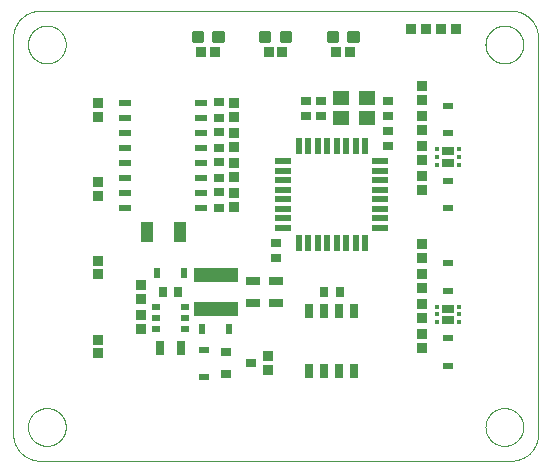
<source format=gtp>
G75*
%MOIN*%
%OFA0B0*%
%FSLAX25Y25*%
%IPPOS*%
%LPD*%
%AMOC8*
5,1,8,0,0,1.08239X$1,22.5*
%
%ADD10C,0.00000*%
%ADD11R,0.03543X0.03346*%
%ADD12R,0.14567X0.04724*%
%ADD13R,0.02756X0.03543*%
%ADD14R,0.03150X0.04724*%
%ADD15R,0.04724X0.03150*%
%ADD16R,0.02480X0.03268*%
%ADD17C,0.01181*%
%ADD18R,0.03346X0.03543*%
%ADD19R,0.02500X0.05000*%
%ADD20R,0.03150X0.02480*%
%ADD21R,0.03543X0.03150*%
%ADD22R,0.03268X0.02480*%
%ADD23R,0.03937X0.03150*%
%ADD24R,0.01654X0.01654*%
%ADD25R,0.03200X0.03500*%
%ADD26R,0.01969X0.05709*%
%ADD27R,0.05709X0.01969*%
%ADD28R,0.03543X0.02756*%
%ADD29R,0.05512X0.04724*%
%ADD30R,0.03937X0.01969*%
%ADD31R,0.03937X0.07087*%
D10*
X0079000Y0097500D02*
X0236000Y0097500D01*
X0236217Y0097503D01*
X0236435Y0097511D01*
X0236652Y0097524D01*
X0236869Y0097542D01*
X0237085Y0097566D01*
X0237300Y0097594D01*
X0237515Y0097628D01*
X0237729Y0097668D01*
X0237942Y0097712D01*
X0238154Y0097762D01*
X0238364Y0097816D01*
X0238574Y0097876D01*
X0238781Y0097940D01*
X0238987Y0098010D01*
X0239191Y0098085D01*
X0239394Y0098164D01*
X0239594Y0098249D01*
X0239793Y0098338D01*
X0239989Y0098432D01*
X0240183Y0098531D01*
X0240374Y0098634D01*
X0240563Y0098742D01*
X0240749Y0098855D01*
X0240932Y0098972D01*
X0241113Y0099093D01*
X0241290Y0099219D01*
X0241464Y0099349D01*
X0241636Y0099483D01*
X0241804Y0099621D01*
X0241968Y0099763D01*
X0242129Y0099910D01*
X0242287Y0100060D01*
X0242440Y0100213D01*
X0242590Y0100371D01*
X0242737Y0100532D01*
X0242879Y0100696D01*
X0243017Y0100864D01*
X0243151Y0101036D01*
X0243281Y0101210D01*
X0243407Y0101387D01*
X0243528Y0101568D01*
X0243645Y0101751D01*
X0243758Y0101937D01*
X0243866Y0102126D01*
X0243969Y0102317D01*
X0244068Y0102511D01*
X0244162Y0102707D01*
X0244251Y0102906D01*
X0244336Y0103106D01*
X0244415Y0103309D01*
X0244490Y0103513D01*
X0244560Y0103719D01*
X0244624Y0103926D01*
X0244684Y0104136D01*
X0244738Y0104346D01*
X0244788Y0104558D01*
X0244832Y0104771D01*
X0244872Y0104985D01*
X0244906Y0105200D01*
X0244934Y0105415D01*
X0244958Y0105631D01*
X0244976Y0105848D01*
X0244989Y0106065D01*
X0244997Y0106283D01*
X0245000Y0106500D01*
X0245000Y0238500D01*
X0244997Y0238717D01*
X0244989Y0238935D01*
X0244976Y0239152D01*
X0244958Y0239369D01*
X0244934Y0239585D01*
X0244906Y0239800D01*
X0244872Y0240015D01*
X0244832Y0240229D01*
X0244788Y0240442D01*
X0244738Y0240654D01*
X0244684Y0240864D01*
X0244624Y0241074D01*
X0244560Y0241281D01*
X0244490Y0241487D01*
X0244415Y0241691D01*
X0244336Y0241894D01*
X0244251Y0242094D01*
X0244162Y0242293D01*
X0244068Y0242489D01*
X0243969Y0242683D01*
X0243866Y0242874D01*
X0243758Y0243063D01*
X0243645Y0243249D01*
X0243528Y0243432D01*
X0243407Y0243613D01*
X0243281Y0243790D01*
X0243151Y0243964D01*
X0243017Y0244136D01*
X0242879Y0244304D01*
X0242737Y0244468D01*
X0242590Y0244629D01*
X0242440Y0244787D01*
X0242287Y0244940D01*
X0242129Y0245090D01*
X0241968Y0245237D01*
X0241804Y0245379D01*
X0241636Y0245517D01*
X0241464Y0245651D01*
X0241290Y0245781D01*
X0241113Y0245907D01*
X0240932Y0246028D01*
X0240749Y0246145D01*
X0240563Y0246258D01*
X0240374Y0246366D01*
X0240183Y0246469D01*
X0239989Y0246568D01*
X0239793Y0246662D01*
X0239594Y0246751D01*
X0239394Y0246836D01*
X0239191Y0246915D01*
X0238987Y0246990D01*
X0238781Y0247060D01*
X0238574Y0247124D01*
X0238364Y0247184D01*
X0238154Y0247238D01*
X0237942Y0247288D01*
X0237729Y0247332D01*
X0237515Y0247372D01*
X0237300Y0247406D01*
X0237085Y0247434D01*
X0236869Y0247458D01*
X0236652Y0247476D01*
X0236435Y0247489D01*
X0236217Y0247497D01*
X0236000Y0247500D01*
X0079000Y0247500D01*
X0078783Y0247497D01*
X0078565Y0247489D01*
X0078348Y0247476D01*
X0078131Y0247458D01*
X0077915Y0247434D01*
X0077700Y0247406D01*
X0077485Y0247372D01*
X0077271Y0247332D01*
X0077058Y0247288D01*
X0076846Y0247238D01*
X0076636Y0247184D01*
X0076426Y0247124D01*
X0076219Y0247060D01*
X0076013Y0246990D01*
X0075809Y0246915D01*
X0075606Y0246836D01*
X0075406Y0246751D01*
X0075207Y0246662D01*
X0075011Y0246568D01*
X0074817Y0246469D01*
X0074626Y0246366D01*
X0074437Y0246258D01*
X0074251Y0246145D01*
X0074068Y0246028D01*
X0073887Y0245907D01*
X0073710Y0245781D01*
X0073536Y0245651D01*
X0073364Y0245517D01*
X0073196Y0245379D01*
X0073032Y0245237D01*
X0072871Y0245090D01*
X0072713Y0244940D01*
X0072560Y0244787D01*
X0072410Y0244629D01*
X0072263Y0244468D01*
X0072121Y0244304D01*
X0071983Y0244136D01*
X0071849Y0243964D01*
X0071719Y0243790D01*
X0071593Y0243613D01*
X0071472Y0243432D01*
X0071355Y0243249D01*
X0071242Y0243063D01*
X0071134Y0242874D01*
X0071031Y0242683D01*
X0070932Y0242489D01*
X0070838Y0242293D01*
X0070749Y0242094D01*
X0070664Y0241894D01*
X0070585Y0241691D01*
X0070510Y0241487D01*
X0070440Y0241281D01*
X0070376Y0241074D01*
X0070316Y0240864D01*
X0070262Y0240654D01*
X0070212Y0240442D01*
X0070168Y0240229D01*
X0070128Y0240015D01*
X0070094Y0239800D01*
X0070066Y0239585D01*
X0070042Y0239369D01*
X0070024Y0239152D01*
X0070011Y0238935D01*
X0070003Y0238717D01*
X0070000Y0238500D01*
X0070000Y0106500D01*
X0070003Y0106283D01*
X0070011Y0106065D01*
X0070024Y0105848D01*
X0070042Y0105631D01*
X0070066Y0105415D01*
X0070094Y0105200D01*
X0070128Y0104985D01*
X0070168Y0104771D01*
X0070212Y0104558D01*
X0070262Y0104346D01*
X0070316Y0104136D01*
X0070376Y0103926D01*
X0070440Y0103719D01*
X0070510Y0103513D01*
X0070585Y0103309D01*
X0070664Y0103106D01*
X0070749Y0102906D01*
X0070838Y0102707D01*
X0070932Y0102511D01*
X0071031Y0102317D01*
X0071134Y0102126D01*
X0071242Y0101937D01*
X0071355Y0101751D01*
X0071472Y0101568D01*
X0071593Y0101387D01*
X0071719Y0101210D01*
X0071849Y0101036D01*
X0071983Y0100864D01*
X0072121Y0100696D01*
X0072263Y0100532D01*
X0072410Y0100371D01*
X0072560Y0100213D01*
X0072713Y0100060D01*
X0072871Y0099910D01*
X0073032Y0099763D01*
X0073196Y0099621D01*
X0073364Y0099483D01*
X0073536Y0099349D01*
X0073710Y0099219D01*
X0073887Y0099093D01*
X0074068Y0098972D01*
X0074251Y0098855D01*
X0074437Y0098742D01*
X0074626Y0098634D01*
X0074817Y0098531D01*
X0075011Y0098432D01*
X0075207Y0098338D01*
X0075406Y0098249D01*
X0075606Y0098164D01*
X0075809Y0098085D01*
X0076013Y0098010D01*
X0076219Y0097940D01*
X0076426Y0097876D01*
X0076636Y0097816D01*
X0076846Y0097762D01*
X0077058Y0097712D01*
X0077271Y0097668D01*
X0077485Y0097628D01*
X0077700Y0097594D01*
X0077915Y0097566D01*
X0078131Y0097542D01*
X0078348Y0097524D01*
X0078565Y0097511D01*
X0078783Y0097503D01*
X0079000Y0097500D01*
X0074951Y0108750D02*
X0074953Y0108908D01*
X0074959Y0109066D01*
X0074969Y0109224D01*
X0074983Y0109382D01*
X0075001Y0109539D01*
X0075022Y0109696D01*
X0075048Y0109852D01*
X0075078Y0110008D01*
X0075111Y0110163D01*
X0075149Y0110316D01*
X0075190Y0110469D01*
X0075235Y0110621D01*
X0075284Y0110772D01*
X0075337Y0110921D01*
X0075393Y0111069D01*
X0075453Y0111215D01*
X0075517Y0111360D01*
X0075585Y0111503D01*
X0075656Y0111645D01*
X0075730Y0111785D01*
X0075808Y0111922D01*
X0075890Y0112058D01*
X0075974Y0112192D01*
X0076063Y0112323D01*
X0076154Y0112452D01*
X0076249Y0112579D01*
X0076346Y0112704D01*
X0076447Y0112826D01*
X0076551Y0112945D01*
X0076658Y0113062D01*
X0076768Y0113176D01*
X0076881Y0113287D01*
X0076996Y0113396D01*
X0077114Y0113501D01*
X0077235Y0113603D01*
X0077358Y0113703D01*
X0077484Y0113799D01*
X0077612Y0113892D01*
X0077742Y0113982D01*
X0077875Y0114068D01*
X0078010Y0114152D01*
X0078146Y0114231D01*
X0078285Y0114308D01*
X0078426Y0114380D01*
X0078568Y0114450D01*
X0078712Y0114515D01*
X0078858Y0114577D01*
X0079005Y0114635D01*
X0079154Y0114690D01*
X0079304Y0114741D01*
X0079455Y0114788D01*
X0079607Y0114831D01*
X0079760Y0114870D01*
X0079915Y0114906D01*
X0080070Y0114937D01*
X0080226Y0114965D01*
X0080382Y0114989D01*
X0080539Y0115009D01*
X0080697Y0115025D01*
X0080854Y0115037D01*
X0081013Y0115045D01*
X0081171Y0115049D01*
X0081329Y0115049D01*
X0081487Y0115045D01*
X0081646Y0115037D01*
X0081803Y0115025D01*
X0081961Y0115009D01*
X0082118Y0114989D01*
X0082274Y0114965D01*
X0082430Y0114937D01*
X0082585Y0114906D01*
X0082740Y0114870D01*
X0082893Y0114831D01*
X0083045Y0114788D01*
X0083196Y0114741D01*
X0083346Y0114690D01*
X0083495Y0114635D01*
X0083642Y0114577D01*
X0083788Y0114515D01*
X0083932Y0114450D01*
X0084074Y0114380D01*
X0084215Y0114308D01*
X0084354Y0114231D01*
X0084490Y0114152D01*
X0084625Y0114068D01*
X0084758Y0113982D01*
X0084888Y0113892D01*
X0085016Y0113799D01*
X0085142Y0113703D01*
X0085265Y0113603D01*
X0085386Y0113501D01*
X0085504Y0113396D01*
X0085619Y0113287D01*
X0085732Y0113176D01*
X0085842Y0113062D01*
X0085949Y0112945D01*
X0086053Y0112826D01*
X0086154Y0112704D01*
X0086251Y0112579D01*
X0086346Y0112452D01*
X0086437Y0112323D01*
X0086526Y0112192D01*
X0086610Y0112058D01*
X0086692Y0111922D01*
X0086770Y0111785D01*
X0086844Y0111645D01*
X0086915Y0111503D01*
X0086983Y0111360D01*
X0087047Y0111215D01*
X0087107Y0111069D01*
X0087163Y0110921D01*
X0087216Y0110772D01*
X0087265Y0110621D01*
X0087310Y0110469D01*
X0087351Y0110316D01*
X0087389Y0110163D01*
X0087422Y0110008D01*
X0087452Y0109852D01*
X0087478Y0109696D01*
X0087499Y0109539D01*
X0087517Y0109382D01*
X0087531Y0109224D01*
X0087541Y0109066D01*
X0087547Y0108908D01*
X0087549Y0108750D01*
X0087547Y0108592D01*
X0087541Y0108434D01*
X0087531Y0108276D01*
X0087517Y0108118D01*
X0087499Y0107961D01*
X0087478Y0107804D01*
X0087452Y0107648D01*
X0087422Y0107492D01*
X0087389Y0107337D01*
X0087351Y0107184D01*
X0087310Y0107031D01*
X0087265Y0106879D01*
X0087216Y0106728D01*
X0087163Y0106579D01*
X0087107Y0106431D01*
X0087047Y0106285D01*
X0086983Y0106140D01*
X0086915Y0105997D01*
X0086844Y0105855D01*
X0086770Y0105715D01*
X0086692Y0105578D01*
X0086610Y0105442D01*
X0086526Y0105308D01*
X0086437Y0105177D01*
X0086346Y0105048D01*
X0086251Y0104921D01*
X0086154Y0104796D01*
X0086053Y0104674D01*
X0085949Y0104555D01*
X0085842Y0104438D01*
X0085732Y0104324D01*
X0085619Y0104213D01*
X0085504Y0104104D01*
X0085386Y0103999D01*
X0085265Y0103897D01*
X0085142Y0103797D01*
X0085016Y0103701D01*
X0084888Y0103608D01*
X0084758Y0103518D01*
X0084625Y0103432D01*
X0084490Y0103348D01*
X0084354Y0103269D01*
X0084215Y0103192D01*
X0084074Y0103120D01*
X0083932Y0103050D01*
X0083788Y0102985D01*
X0083642Y0102923D01*
X0083495Y0102865D01*
X0083346Y0102810D01*
X0083196Y0102759D01*
X0083045Y0102712D01*
X0082893Y0102669D01*
X0082740Y0102630D01*
X0082585Y0102594D01*
X0082430Y0102563D01*
X0082274Y0102535D01*
X0082118Y0102511D01*
X0081961Y0102491D01*
X0081803Y0102475D01*
X0081646Y0102463D01*
X0081487Y0102455D01*
X0081329Y0102451D01*
X0081171Y0102451D01*
X0081013Y0102455D01*
X0080854Y0102463D01*
X0080697Y0102475D01*
X0080539Y0102491D01*
X0080382Y0102511D01*
X0080226Y0102535D01*
X0080070Y0102563D01*
X0079915Y0102594D01*
X0079760Y0102630D01*
X0079607Y0102669D01*
X0079455Y0102712D01*
X0079304Y0102759D01*
X0079154Y0102810D01*
X0079005Y0102865D01*
X0078858Y0102923D01*
X0078712Y0102985D01*
X0078568Y0103050D01*
X0078426Y0103120D01*
X0078285Y0103192D01*
X0078146Y0103269D01*
X0078010Y0103348D01*
X0077875Y0103432D01*
X0077742Y0103518D01*
X0077612Y0103608D01*
X0077484Y0103701D01*
X0077358Y0103797D01*
X0077235Y0103897D01*
X0077114Y0103999D01*
X0076996Y0104104D01*
X0076881Y0104213D01*
X0076768Y0104324D01*
X0076658Y0104438D01*
X0076551Y0104555D01*
X0076447Y0104674D01*
X0076346Y0104796D01*
X0076249Y0104921D01*
X0076154Y0105048D01*
X0076063Y0105177D01*
X0075974Y0105308D01*
X0075890Y0105442D01*
X0075808Y0105578D01*
X0075730Y0105715D01*
X0075656Y0105855D01*
X0075585Y0105997D01*
X0075517Y0106140D01*
X0075453Y0106285D01*
X0075393Y0106431D01*
X0075337Y0106579D01*
X0075284Y0106728D01*
X0075235Y0106879D01*
X0075190Y0107031D01*
X0075149Y0107184D01*
X0075111Y0107337D01*
X0075078Y0107492D01*
X0075048Y0107648D01*
X0075022Y0107804D01*
X0075001Y0107961D01*
X0074983Y0108118D01*
X0074969Y0108276D01*
X0074959Y0108434D01*
X0074953Y0108592D01*
X0074951Y0108750D01*
X0074951Y0236250D02*
X0074953Y0236408D01*
X0074959Y0236566D01*
X0074969Y0236724D01*
X0074983Y0236882D01*
X0075001Y0237039D01*
X0075022Y0237196D01*
X0075048Y0237352D01*
X0075078Y0237508D01*
X0075111Y0237663D01*
X0075149Y0237816D01*
X0075190Y0237969D01*
X0075235Y0238121D01*
X0075284Y0238272D01*
X0075337Y0238421D01*
X0075393Y0238569D01*
X0075453Y0238715D01*
X0075517Y0238860D01*
X0075585Y0239003D01*
X0075656Y0239145D01*
X0075730Y0239285D01*
X0075808Y0239422D01*
X0075890Y0239558D01*
X0075974Y0239692D01*
X0076063Y0239823D01*
X0076154Y0239952D01*
X0076249Y0240079D01*
X0076346Y0240204D01*
X0076447Y0240326D01*
X0076551Y0240445D01*
X0076658Y0240562D01*
X0076768Y0240676D01*
X0076881Y0240787D01*
X0076996Y0240896D01*
X0077114Y0241001D01*
X0077235Y0241103D01*
X0077358Y0241203D01*
X0077484Y0241299D01*
X0077612Y0241392D01*
X0077742Y0241482D01*
X0077875Y0241568D01*
X0078010Y0241652D01*
X0078146Y0241731D01*
X0078285Y0241808D01*
X0078426Y0241880D01*
X0078568Y0241950D01*
X0078712Y0242015D01*
X0078858Y0242077D01*
X0079005Y0242135D01*
X0079154Y0242190D01*
X0079304Y0242241D01*
X0079455Y0242288D01*
X0079607Y0242331D01*
X0079760Y0242370D01*
X0079915Y0242406D01*
X0080070Y0242437D01*
X0080226Y0242465D01*
X0080382Y0242489D01*
X0080539Y0242509D01*
X0080697Y0242525D01*
X0080854Y0242537D01*
X0081013Y0242545D01*
X0081171Y0242549D01*
X0081329Y0242549D01*
X0081487Y0242545D01*
X0081646Y0242537D01*
X0081803Y0242525D01*
X0081961Y0242509D01*
X0082118Y0242489D01*
X0082274Y0242465D01*
X0082430Y0242437D01*
X0082585Y0242406D01*
X0082740Y0242370D01*
X0082893Y0242331D01*
X0083045Y0242288D01*
X0083196Y0242241D01*
X0083346Y0242190D01*
X0083495Y0242135D01*
X0083642Y0242077D01*
X0083788Y0242015D01*
X0083932Y0241950D01*
X0084074Y0241880D01*
X0084215Y0241808D01*
X0084354Y0241731D01*
X0084490Y0241652D01*
X0084625Y0241568D01*
X0084758Y0241482D01*
X0084888Y0241392D01*
X0085016Y0241299D01*
X0085142Y0241203D01*
X0085265Y0241103D01*
X0085386Y0241001D01*
X0085504Y0240896D01*
X0085619Y0240787D01*
X0085732Y0240676D01*
X0085842Y0240562D01*
X0085949Y0240445D01*
X0086053Y0240326D01*
X0086154Y0240204D01*
X0086251Y0240079D01*
X0086346Y0239952D01*
X0086437Y0239823D01*
X0086526Y0239692D01*
X0086610Y0239558D01*
X0086692Y0239422D01*
X0086770Y0239285D01*
X0086844Y0239145D01*
X0086915Y0239003D01*
X0086983Y0238860D01*
X0087047Y0238715D01*
X0087107Y0238569D01*
X0087163Y0238421D01*
X0087216Y0238272D01*
X0087265Y0238121D01*
X0087310Y0237969D01*
X0087351Y0237816D01*
X0087389Y0237663D01*
X0087422Y0237508D01*
X0087452Y0237352D01*
X0087478Y0237196D01*
X0087499Y0237039D01*
X0087517Y0236882D01*
X0087531Y0236724D01*
X0087541Y0236566D01*
X0087547Y0236408D01*
X0087549Y0236250D01*
X0087547Y0236092D01*
X0087541Y0235934D01*
X0087531Y0235776D01*
X0087517Y0235618D01*
X0087499Y0235461D01*
X0087478Y0235304D01*
X0087452Y0235148D01*
X0087422Y0234992D01*
X0087389Y0234837D01*
X0087351Y0234684D01*
X0087310Y0234531D01*
X0087265Y0234379D01*
X0087216Y0234228D01*
X0087163Y0234079D01*
X0087107Y0233931D01*
X0087047Y0233785D01*
X0086983Y0233640D01*
X0086915Y0233497D01*
X0086844Y0233355D01*
X0086770Y0233215D01*
X0086692Y0233078D01*
X0086610Y0232942D01*
X0086526Y0232808D01*
X0086437Y0232677D01*
X0086346Y0232548D01*
X0086251Y0232421D01*
X0086154Y0232296D01*
X0086053Y0232174D01*
X0085949Y0232055D01*
X0085842Y0231938D01*
X0085732Y0231824D01*
X0085619Y0231713D01*
X0085504Y0231604D01*
X0085386Y0231499D01*
X0085265Y0231397D01*
X0085142Y0231297D01*
X0085016Y0231201D01*
X0084888Y0231108D01*
X0084758Y0231018D01*
X0084625Y0230932D01*
X0084490Y0230848D01*
X0084354Y0230769D01*
X0084215Y0230692D01*
X0084074Y0230620D01*
X0083932Y0230550D01*
X0083788Y0230485D01*
X0083642Y0230423D01*
X0083495Y0230365D01*
X0083346Y0230310D01*
X0083196Y0230259D01*
X0083045Y0230212D01*
X0082893Y0230169D01*
X0082740Y0230130D01*
X0082585Y0230094D01*
X0082430Y0230063D01*
X0082274Y0230035D01*
X0082118Y0230011D01*
X0081961Y0229991D01*
X0081803Y0229975D01*
X0081646Y0229963D01*
X0081487Y0229955D01*
X0081329Y0229951D01*
X0081171Y0229951D01*
X0081013Y0229955D01*
X0080854Y0229963D01*
X0080697Y0229975D01*
X0080539Y0229991D01*
X0080382Y0230011D01*
X0080226Y0230035D01*
X0080070Y0230063D01*
X0079915Y0230094D01*
X0079760Y0230130D01*
X0079607Y0230169D01*
X0079455Y0230212D01*
X0079304Y0230259D01*
X0079154Y0230310D01*
X0079005Y0230365D01*
X0078858Y0230423D01*
X0078712Y0230485D01*
X0078568Y0230550D01*
X0078426Y0230620D01*
X0078285Y0230692D01*
X0078146Y0230769D01*
X0078010Y0230848D01*
X0077875Y0230932D01*
X0077742Y0231018D01*
X0077612Y0231108D01*
X0077484Y0231201D01*
X0077358Y0231297D01*
X0077235Y0231397D01*
X0077114Y0231499D01*
X0076996Y0231604D01*
X0076881Y0231713D01*
X0076768Y0231824D01*
X0076658Y0231938D01*
X0076551Y0232055D01*
X0076447Y0232174D01*
X0076346Y0232296D01*
X0076249Y0232421D01*
X0076154Y0232548D01*
X0076063Y0232677D01*
X0075974Y0232808D01*
X0075890Y0232942D01*
X0075808Y0233078D01*
X0075730Y0233215D01*
X0075656Y0233355D01*
X0075585Y0233497D01*
X0075517Y0233640D01*
X0075453Y0233785D01*
X0075393Y0233931D01*
X0075337Y0234079D01*
X0075284Y0234228D01*
X0075235Y0234379D01*
X0075190Y0234531D01*
X0075149Y0234684D01*
X0075111Y0234837D01*
X0075078Y0234992D01*
X0075048Y0235148D01*
X0075022Y0235304D01*
X0075001Y0235461D01*
X0074983Y0235618D01*
X0074969Y0235776D01*
X0074959Y0235934D01*
X0074953Y0236092D01*
X0074951Y0236250D01*
X0227451Y0236250D02*
X0227453Y0236408D01*
X0227459Y0236566D01*
X0227469Y0236724D01*
X0227483Y0236882D01*
X0227501Y0237039D01*
X0227522Y0237196D01*
X0227548Y0237352D01*
X0227578Y0237508D01*
X0227611Y0237663D01*
X0227649Y0237816D01*
X0227690Y0237969D01*
X0227735Y0238121D01*
X0227784Y0238272D01*
X0227837Y0238421D01*
X0227893Y0238569D01*
X0227953Y0238715D01*
X0228017Y0238860D01*
X0228085Y0239003D01*
X0228156Y0239145D01*
X0228230Y0239285D01*
X0228308Y0239422D01*
X0228390Y0239558D01*
X0228474Y0239692D01*
X0228563Y0239823D01*
X0228654Y0239952D01*
X0228749Y0240079D01*
X0228846Y0240204D01*
X0228947Y0240326D01*
X0229051Y0240445D01*
X0229158Y0240562D01*
X0229268Y0240676D01*
X0229381Y0240787D01*
X0229496Y0240896D01*
X0229614Y0241001D01*
X0229735Y0241103D01*
X0229858Y0241203D01*
X0229984Y0241299D01*
X0230112Y0241392D01*
X0230242Y0241482D01*
X0230375Y0241568D01*
X0230510Y0241652D01*
X0230646Y0241731D01*
X0230785Y0241808D01*
X0230926Y0241880D01*
X0231068Y0241950D01*
X0231212Y0242015D01*
X0231358Y0242077D01*
X0231505Y0242135D01*
X0231654Y0242190D01*
X0231804Y0242241D01*
X0231955Y0242288D01*
X0232107Y0242331D01*
X0232260Y0242370D01*
X0232415Y0242406D01*
X0232570Y0242437D01*
X0232726Y0242465D01*
X0232882Y0242489D01*
X0233039Y0242509D01*
X0233197Y0242525D01*
X0233354Y0242537D01*
X0233513Y0242545D01*
X0233671Y0242549D01*
X0233829Y0242549D01*
X0233987Y0242545D01*
X0234146Y0242537D01*
X0234303Y0242525D01*
X0234461Y0242509D01*
X0234618Y0242489D01*
X0234774Y0242465D01*
X0234930Y0242437D01*
X0235085Y0242406D01*
X0235240Y0242370D01*
X0235393Y0242331D01*
X0235545Y0242288D01*
X0235696Y0242241D01*
X0235846Y0242190D01*
X0235995Y0242135D01*
X0236142Y0242077D01*
X0236288Y0242015D01*
X0236432Y0241950D01*
X0236574Y0241880D01*
X0236715Y0241808D01*
X0236854Y0241731D01*
X0236990Y0241652D01*
X0237125Y0241568D01*
X0237258Y0241482D01*
X0237388Y0241392D01*
X0237516Y0241299D01*
X0237642Y0241203D01*
X0237765Y0241103D01*
X0237886Y0241001D01*
X0238004Y0240896D01*
X0238119Y0240787D01*
X0238232Y0240676D01*
X0238342Y0240562D01*
X0238449Y0240445D01*
X0238553Y0240326D01*
X0238654Y0240204D01*
X0238751Y0240079D01*
X0238846Y0239952D01*
X0238937Y0239823D01*
X0239026Y0239692D01*
X0239110Y0239558D01*
X0239192Y0239422D01*
X0239270Y0239285D01*
X0239344Y0239145D01*
X0239415Y0239003D01*
X0239483Y0238860D01*
X0239547Y0238715D01*
X0239607Y0238569D01*
X0239663Y0238421D01*
X0239716Y0238272D01*
X0239765Y0238121D01*
X0239810Y0237969D01*
X0239851Y0237816D01*
X0239889Y0237663D01*
X0239922Y0237508D01*
X0239952Y0237352D01*
X0239978Y0237196D01*
X0239999Y0237039D01*
X0240017Y0236882D01*
X0240031Y0236724D01*
X0240041Y0236566D01*
X0240047Y0236408D01*
X0240049Y0236250D01*
X0240047Y0236092D01*
X0240041Y0235934D01*
X0240031Y0235776D01*
X0240017Y0235618D01*
X0239999Y0235461D01*
X0239978Y0235304D01*
X0239952Y0235148D01*
X0239922Y0234992D01*
X0239889Y0234837D01*
X0239851Y0234684D01*
X0239810Y0234531D01*
X0239765Y0234379D01*
X0239716Y0234228D01*
X0239663Y0234079D01*
X0239607Y0233931D01*
X0239547Y0233785D01*
X0239483Y0233640D01*
X0239415Y0233497D01*
X0239344Y0233355D01*
X0239270Y0233215D01*
X0239192Y0233078D01*
X0239110Y0232942D01*
X0239026Y0232808D01*
X0238937Y0232677D01*
X0238846Y0232548D01*
X0238751Y0232421D01*
X0238654Y0232296D01*
X0238553Y0232174D01*
X0238449Y0232055D01*
X0238342Y0231938D01*
X0238232Y0231824D01*
X0238119Y0231713D01*
X0238004Y0231604D01*
X0237886Y0231499D01*
X0237765Y0231397D01*
X0237642Y0231297D01*
X0237516Y0231201D01*
X0237388Y0231108D01*
X0237258Y0231018D01*
X0237125Y0230932D01*
X0236990Y0230848D01*
X0236854Y0230769D01*
X0236715Y0230692D01*
X0236574Y0230620D01*
X0236432Y0230550D01*
X0236288Y0230485D01*
X0236142Y0230423D01*
X0235995Y0230365D01*
X0235846Y0230310D01*
X0235696Y0230259D01*
X0235545Y0230212D01*
X0235393Y0230169D01*
X0235240Y0230130D01*
X0235085Y0230094D01*
X0234930Y0230063D01*
X0234774Y0230035D01*
X0234618Y0230011D01*
X0234461Y0229991D01*
X0234303Y0229975D01*
X0234146Y0229963D01*
X0233987Y0229955D01*
X0233829Y0229951D01*
X0233671Y0229951D01*
X0233513Y0229955D01*
X0233354Y0229963D01*
X0233197Y0229975D01*
X0233039Y0229991D01*
X0232882Y0230011D01*
X0232726Y0230035D01*
X0232570Y0230063D01*
X0232415Y0230094D01*
X0232260Y0230130D01*
X0232107Y0230169D01*
X0231955Y0230212D01*
X0231804Y0230259D01*
X0231654Y0230310D01*
X0231505Y0230365D01*
X0231358Y0230423D01*
X0231212Y0230485D01*
X0231068Y0230550D01*
X0230926Y0230620D01*
X0230785Y0230692D01*
X0230646Y0230769D01*
X0230510Y0230848D01*
X0230375Y0230932D01*
X0230242Y0231018D01*
X0230112Y0231108D01*
X0229984Y0231201D01*
X0229858Y0231297D01*
X0229735Y0231397D01*
X0229614Y0231499D01*
X0229496Y0231604D01*
X0229381Y0231713D01*
X0229268Y0231824D01*
X0229158Y0231938D01*
X0229051Y0232055D01*
X0228947Y0232174D01*
X0228846Y0232296D01*
X0228749Y0232421D01*
X0228654Y0232548D01*
X0228563Y0232677D01*
X0228474Y0232808D01*
X0228390Y0232942D01*
X0228308Y0233078D01*
X0228230Y0233215D01*
X0228156Y0233355D01*
X0228085Y0233497D01*
X0228017Y0233640D01*
X0227953Y0233785D01*
X0227893Y0233931D01*
X0227837Y0234079D01*
X0227784Y0234228D01*
X0227735Y0234379D01*
X0227690Y0234531D01*
X0227649Y0234684D01*
X0227611Y0234837D01*
X0227578Y0234992D01*
X0227548Y0235148D01*
X0227522Y0235304D01*
X0227501Y0235461D01*
X0227483Y0235618D01*
X0227469Y0235776D01*
X0227459Y0235934D01*
X0227453Y0236092D01*
X0227451Y0236250D01*
X0227451Y0108750D02*
X0227453Y0108908D01*
X0227459Y0109066D01*
X0227469Y0109224D01*
X0227483Y0109382D01*
X0227501Y0109539D01*
X0227522Y0109696D01*
X0227548Y0109852D01*
X0227578Y0110008D01*
X0227611Y0110163D01*
X0227649Y0110316D01*
X0227690Y0110469D01*
X0227735Y0110621D01*
X0227784Y0110772D01*
X0227837Y0110921D01*
X0227893Y0111069D01*
X0227953Y0111215D01*
X0228017Y0111360D01*
X0228085Y0111503D01*
X0228156Y0111645D01*
X0228230Y0111785D01*
X0228308Y0111922D01*
X0228390Y0112058D01*
X0228474Y0112192D01*
X0228563Y0112323D01*
X0228654Y0112452D01*
X0228749Y0112579D01*
X0228846Y0112704D01*
X0228947Y0112826D01*
X0229051Y0112945D01*
X0229158Y0113062D01*
X0229268Y0113176D01*
X0229381Y0113287D01*
X0229496Y0113396D01*
X0229614Y0113501D01*
X0229735Y0113603D01*
X0229858Y0113703D01*
X0229984Y0113799D01*
X0230112Y0113892D01*
X0230242Y0113982D01*
X0230375Y0114068D01*
X0230510Y0114152D01*
X0230646Y0114231D01*
X0230785Y0114308D01*
X0230926Y0114380D01*
X0231068Y0114450D01*
X0231212Y0114515D01*
X0231358Y0114577D01*
X0231505Y0114635D01*
X0231654Y0114690D01*
X0231804Y0114741D01*
X0231955Y0114788D01*
X0232107Y0114831D01*
X0232260Y0114870D01*
X0232415Y0114906D01*
X0232570Y0114937D01*
X0232726Y0114965D01*
X0232882Y0114989D01*
X0233039Y0115009D01*
X0233197Y0115025D01*
X0233354Y0115037D01*
X0233513Y0115045D01*
X0233671Y0115049D01*
X0233829Y0115049D01*
X0233987Y0115045D01*
X0234146Y0115037D01*
X0234303Y0115025D01*
X0234461Y0115009D01*
X0234618Y0114989D01*
X0234774Y0114965D01*
X0234930Y0114937D01*
X0235085Y0114906D01*
X0235240Y0114870D01*
X0235393Y0114831D01*
X0235545Y0114788D01*
X0235696Y0114741D01*
X0235846Y0114690D01*
X0235995Y0114635D01*
X0236142Y0114577D01*
X0236288Y0114515D01*
X0236432Y0114450D01*
X0236574Y0114380D01*
X0236715Y0114308D01*
X0236854Y0114231D01*
X0236990Y0114152D01*
X0237125Y0114068D01*
X0237258Y0113982D01*
X0237388Y0113892D01*
X0237516Y0113799D01*
X0237642Y0113703D01*
X0237765Y0113603D01*
X0237886Y0113501D01*
X0238004Y0113396D01*
X0238119Y0113287D01*
X0238232Y0113176D01*
X0238342Y0113062D01*
X0238449Y0112945D01*
X0238553Y0112826D01*
X0238654Y0112704D01*
X0238751Y0112579D01*
X0238846Y0112452D01*
X0238937Y0112323D01*
X0239026Y0112192D01*
X0239110Y0112058D01*
X0239192Y0111922D01*
X0239270Y0111785D01*
X0239344Y0111645D01*
X0239415Y0111503D01*
X0239483Y0111360D01*
X0239547Y0111215D01*
X0239607Y0111069D01*
X0239663Y0110921D01*
X0239716Y0110772D01*
X0239765Y0110621D01*
X0239810Y0110469D01*
X0239851Y0110316D01*
X0239889Y0110163D01*
X0239922Y0110008D01*
X0239952Y0109852D01*
X0239978Y0109696D01*
X0239999Y0109539D01*
X0240017Y0109382D01*
X0240031Y0109224D01*
X0240041Y0109066D01*
X0240047Y0108908D01*
X0240049Y0108750D01*
X0240047Y0108592D01*
X0240041Y0108434D01*
X0240031Y0108276D01*
X0240017Y0108118D01*
X0239999Y0107961D01*
X0239978Y0107804D01*
X0239952Y0107648D01*
X0239922Y0107492D01*
X0239889Y0107337D01*
X0239851Y0107184D01*
X0239810Y0107031D01*
X0239765Y0106879D01*
X0239716Y0106728D01*
X0239663Y0106579D01*
X0239607Y0106431D01*
X0239547Y0106285D01*
X0239483Y0106140D01*
X0239415Y0105997D01*
X0239344Y0105855D01*
X0239270Y0105715D01*
X0239192Y0105578D01*
X0239110Y0105442D01*
X0239026Y0105308D01*
X0238937Y0105177D01*
X0238846Y0105048D01*
X0238751Y0104921D01*
X0238654Y0104796D01*
X0238553Y0104674D01*
X0238449Y0104555D01*
X0238342Y0104438D01*
X0238232Y0104324D01*
X0238119Y0104213D01*
X0238004Y0104104D01*
X0237886Y0103999D01*
X0237765Y0103897D01*
X0237642Y0103797D01*
X0237516Y0103701D01*
X0237388Y0103608D01*
X0237258Y0103518D01*
X0237125Y0103432D01*
X0236990Y0103348D01*
X0236854Y0103269D01*
X0236715Y0103192D01*
X0236574Y0103120D01*
X0236432Y0103050D01*
X0236288Y0102985D01*
X0236142Y0102923D01*
X0235995Y0102865D01*
X0235846Y0102810D01*
X0235696Y0102759D01*
X0235545Y0102712D01*
X0235393Y0102669D01*
X0235240Y0102630D01*
X0235085Y0102594D01*
X0234930Y0102563D01*
X0234774Y0102535D01*
X0234618Y0102511D01*
X0234461Y0102491D01*
X0234303Y0102475D01*
X0234146Y0102463D01*
X0233987Y0102455D01*
X0233829Y0102451D01*
X0233671Y0102451D01*
X0233513Y0102455D01*
X0233354Y0102463D01*
X0233197Y0102475D01*
X0233039Y0102491D01*
X0232882Y0102511D01*
X0232726Y0102535D01*
X0232570Y0102563D01*
X0232415Y0102594D01*
X0232260Y0102630D01*
X0232107Y0102669D01*
X0231955Y0102712D01*
X0231804Y0102759D01*
X0231654Y0102810D01*
X0231505Y0102865D01*
X0231358Y0102923D01*
X0231212Y0102985D01*
X0231068Y0103050D01*
X0230926Y0103120D01*
X0230785Y0103192D01*
X0230646Y0103269D01*
X0230510Y0103348D01*
X0230375Y0103432D01*
X0230242Y0103518D01*
X0230112Y0103608D01*
X0229984Y0103701D01*
X0229858Y0103797D01*
X0229735Y0103897D01*
X0229614Y0103999D01*
X0229496Y0104104D01*
X0229381Y0104213D01*
X0229268Y0104324D01*
X0229158Y0104438D01*
X0229051Y0104555D01*
X0228947Y0104674D01*
X0228846Y0104796D01*
X0228749Y0104921D01*
X0228654Y0105048D01*
X0228563Y0105177D01*
X0228474Y0105308D01*
X0228390Y0105442D01*
X0228308Y0105578D01*
X0228230Y0105715D01*
X0228156Y0105855D01*
X0228085Y0105997D01*
X0228017Y0106140D01*
X0227953Y0106285D01*
X0227893Y0106431D01*
X0227837Y0106579D01*
X0227784Y0106728D01*
X0227735Y0106879D01*
X0227690Y0107031D01*
X0227649Y0107184D01*
X0227611Y0107337D01*
X0227578Y0107492D01*
X0227548Y0107648D01*
X0227522Y0107804D01*
X0227501Y0107961D01*
X0227483Y0108118D01*
X0227469Y0108276D01*
X0227459Y0108434D01*
X0227453Y0108592D01*
X0227451Y0108750D01*
D11*
X0206250Y0135217D03*
X0206250Y0139783D03*
X0206250Y0145217D03*
X0206250Y0149783D03*
X0206250Y0155217D03*
X0206250Y0159783D03*
X0206250Y0165217D03*
X0206250Y0169783D03*
X0206250Y0187717D03*
X0206250Y0192283D03*
X0206250Y0197717D03*
X0206250Y0202283D03*
X0206250Y0207717D03*
X0206250Y0212283D03*
X0206250Y0217717D03*
X0206250Y0222283D03*
X0143750Y0216658D03*
X0143750Y0212092D03*
X0143750Y0206658D03*
X0143750Y0202092D03*
X0143750Y0196658D03*
X0143750Y0192092D03*
X0143750Y0186658D03*
X0143750Y0182092D03*
X0112500Y0156033D03*
X0112500Y0151467D03*
X0112500Y0146033D03*
X0112500Y0141467D03*
X0098125Y0137908D03*
X0098125Y0133342D03*
X0098125Y0159592D03*
X0098125Y0164158D03*
X0098125Y0185842D03*
X0098125Y0190408D03*
X0098125Y0212092D03*
X0098125Y0216658D03*
X0155000Y0132283D03*
X0155000Y0127717D03*
D12*
X0137500Y0148238D03*
X0137500Y0159262D03*
D13*
X0125059Y0153750D03*
X0119941Y0153750D03*
X0173691Y0153750D03*
X0178809Y0153750D03*
D14*
X0126043Y0135000D03*
X0118957Y0135000D03*
D15*
X0150000Y0150207D03*
X0150000Y0157293D03*
X0157500Y0157293D03*
X0157500Y0150207D03*
D16*
X0142028Y0141250D03*
X0132972Y0141250D03*
X0127028Y0160000D03*
X0117972Y0160000D03*
D17*
X0132925Y0237372D02*
X0132925Y0240128D01*
X0132925Y0237372D02*
X0130169Y0237372D01*
X0130169Y0240128D01*
X0132925Y0240128D01*
X0132925Y0238552D02*
X0130169Y0238552D01*
X0130169Y0239732D02*
X0132925Y0239732D01*
X0139831Y0240128D02*
X0139831Y0237372D01*
X0137075Y0237372D01*
X0137075Y0240128D01*
X0139831Y0240128D01*
X0139831Y0238552D02*
X0137075Y0238552D01*
X0137075Y0239732D02*
X0139831Y0239732D01*
X0155425Y0240128D02*
X0155425Y0237372D01*
X0152669Y0237372D01*
X0152669Y0240128D01*
X0155425Y0240128D01*
X0155425Y0238552D02*
X0152669Y0238552D01*
X0152669Y0239732D02*
X0155425Y0239732D01*
X0162331Y0240128D02*
X0162331Y0237372D01*
X0159575Y0237372D01*
X0159575Y0240128D01*
X0162331Y0240128D01*
X0162331Y0238552D02*
X0159575Y0238552D01*
X0159575Y0239732D02*
X0162331Y0239732D01*
X0177925Y0240128D02*
X0177925Y0237372D01*
X0175169Y0237372D01*
X0175169Y0240128D01*
X0177925Y0240128D01*
X0177925Y0238552D02*
X0175169Y0238552D01*
X0175169Y0239732D02*
X0177925Y0239732D01*
X0184831Y0240128D02*
X0184831Y0237372D01*
X0182075Y0237372D01*
X0182075Y0240128D01*
X0184831Y0240128D01*
X0184831Y0238552D02*
X0182075Y0238552D01*
X0182075Y0239732D02*
X0184831Y0239732D01*
D18*
X0182283Y0233750D03*
X0177717Y0233750D03*
X0159783Y0233750D03*
X0155217Y0233750D03*
X0137283Y0233750D03*
X0132717Y0233750D03*
D19*
X0168750Y0147500D03*
X0173750Y0147500D03*
X0178750Y0147500D03*
X0183750Y0147500D03*
X0183750Y0127500D03*
X0178750Y0127500D03*
X0173750Y0127500D03*
X0168750Y0127500D03*
D20*
X0127224Y0141260D03*
X0127224Y0145000D03*
X0127224Y0148740D03*
X0117776Y0148740D03*
X0117776Y0145000D03*
X0117776Y0141260D03*
D21*
X0141063Y0133740D03*
X0141063Y0126260D03*
X0149331Y0130000D03*
D22*
X0133750Y0125472D03*
X0133750Y0134528D03*
X0215000Y0138278D03*
X0215000Y0129222D03*
X0215000Y0154222D03*
X0215000Y0163278D03*
X0215000Y0181722D03*
X0215000Y0190778D03*
X0215000Y0206722D03*
X0215000Y0215778D03*
D23*
X0215000Y0200719D03*
X0215000Y0196781D03*
X0215000Y0148219D03*
X0215000Y0144281D03*
D24*
X0211398Y0143691D03*
X0211398Y0146250D03*
X0211398Y0148809D03*
X0218602Y0148809D03*
X0218602Y0146250D03*
X0218602Y0143691D03*
X0218602Y0196191D03*
X0218602Y0198750D03*
X0218602Y0201309D03*
X0211398Y0201309D03*
X0211398Y0198750D03*
X0211398Y0196191D03*
D25*
X0212500Y0241250D03*
X0207500Y0241250D03*
X0202500Y0241250D03*
X0217500Y0241250D03*
D26*
X0187274Y0202392D03*
X0184124Y0202392D03*
X0180974Y0202392D03*
X0177825Y0202392D03*
X0174675Y0202392D03*
X0171526Y0202392D03*
X0168376Y0202392D03*
X0165226Y0202392D03*
X0165226Y0170108D03*
X0168376Y0170108D03*
X0171526Y0170108D03*
X0174675Y0170108D03*
X0177825Y0170108D03*
X0180974Y0170108D03*
X0184124Y0170108D03*
X0187274Y0170108D03*
D27*
X0192392Y0175226D03*
X0192392Y0178376D03*
X0192392Y0181526D03*
X0192392Y0184675D03*
X0192392Y0187825D03*
X0192392Y0190974D03*
X0192392Y0194124D03*
X0192392Y0197274D03*
X0160108Y0197274D03*
X0160108Y0194124D03*
X0160108Y0190974D03*
X0160108Y0187825D03*
X0160108Y0184675D03*
X0160108Y0181526D03*
X0160108Y0178376D03*
X0160108Y0175226D03*
D28*
X0157500Y0170059D03*
X0157500Y0164941D03*
X0138750Y0181816D03*
X0138750Y0186934D03*
X0138750Y0191816D03*
X0138750Y0196934D03*
X0138750Y0201816D03*
X0138750Y0206934D03*
X0138750Y0211816D03*
X0138750Y0216934D03*
X0167500Y0217559D03*
X0172500Y0217559D03*
X0172500Y0212441D03*
X0167500Y0212441D03*
X0195000Y0212441D03*
X0195000Y0207559D03*
X0195000Y0202441D03*
X0195000Y0217559D03*
D29*
X0188081Y0218346D03*
X0188081Y0211654D03*
X0179419Y0211654D03*
X0179419Y0218346D03*
D30*
X0132756Y0216875D03*
X0132756Y0211875D03*
X0132756Y0206875D03*
X0132756Y0201875D03*
X0132756Y0196875D03*
X0132756Y0191875D03*
X0132756Y0186875D03*
X0132756Y0181875D03*
X0107244Y0181875D03*
X0107244Y0186875D03*
X0107244Y0191875D03*
X0107244Y0196875D03*
X0107244Y0201875D03*
X0107244Y0206875D03*
X0107244Y0211875D03*
X0107244Y0216875D03*
D31*
X0114488Y0173750D03*
X0125512Y0173750D03*
M02*

</source>
